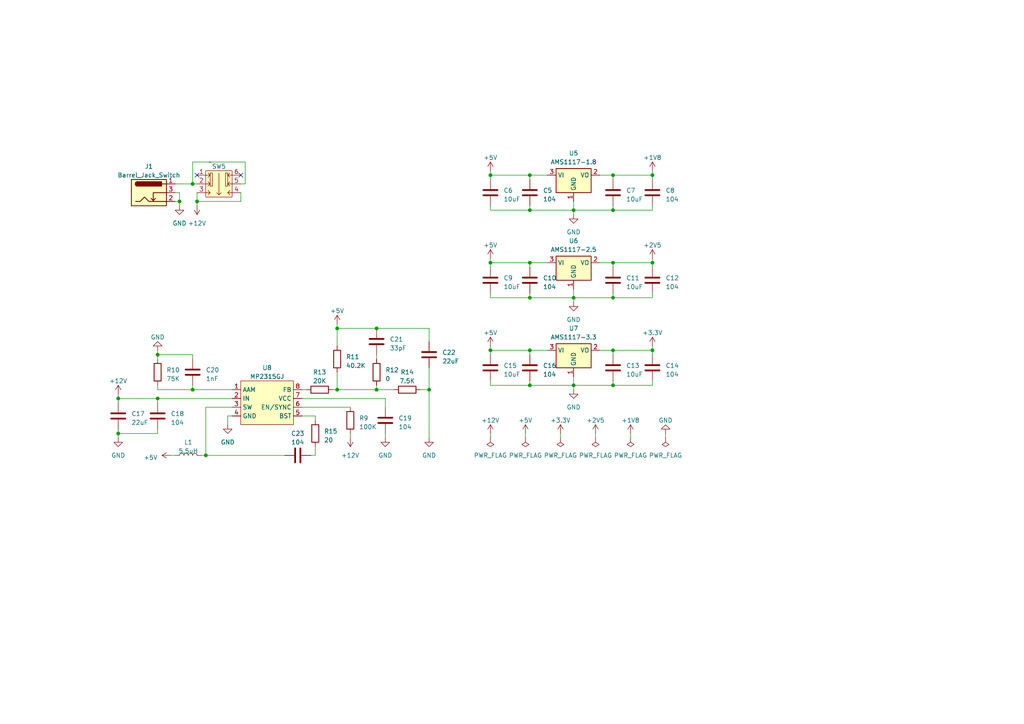
<source format=kicad_sch>
(kicad_sch (version 20230121) (generator eeschema)
  (paper "A4")
  (lib_symbols
    (symbol "Connector:Barrel_Jack_Switch" (pin_names hide)
      (property "Reference" "J" (at 0 5.334 0))
      (property "Value" "Barrel_Jack_Switch" (at 0 -5.08 0))
      (symbol "Barrel_Jack_Switch_0_1"
        (rectangle (start -5.08 3.81) (end 5.08 -3.81) (stroke (width 0.254)) (fill (type background)))
        (arc (start -3.302 3.175) (mid -3.9343 2.54) (end -3.302 1.905) (stroke (width 0.254)))
        (arc (start -3.302 3.175) (mid -3.9343 2.54) (end -3.302 1.905) (stroke (width 0.254)) (fill (type outline)))
        (polyline (pts (xy 1.27 -2.286) (xy 1.905 -1.651)) (stroke (width 0.254)))
        (polyline (pts (xy 5.08 2.54) (xy 3.81 2.54)) (stroke (width 0.254)))
        (polyline (pts (xy 5.08 0) (xy 1.27 0) (xy 1.27 -2.286) (xy 0.635 -1.651)) (stroke (width 0.254)))
        (polyline (pts (xy -3.81 -2.54) (xy -2.54 -2.54) (xy -1.27 -1.27) (xy 0 -2.54) (xy 2.54 -2.54) (xy 5.08 -2.54)) (stroke (width 0.254)))
        (rectangle (start 3.683 3.175) (end -3.302 1.905) (stroke (width 0.254)) (fill (type outline)))
      )
      (symbol "Barrel_Jack_Switch_1_1"
        (pin passive line (at 7.62 2.54 180) (length 2.54) (name "~") (number "1"))
        (pin passive line (at 7.62 -2.54 180) (length 2.54) (name "~") (number "2"))
        (pin passive line (at 7.62 0 180) (length 2.54) (name "~") (number "3"))
      )
    )
    (symbol "Device:C" (pin_numbers hide) (pin_names (offset 0.254))
      (property "Reference" "C" (at 0.635 2.54 0))
      (property "Value" "C" (at 0.635 -2.54 0))
      (symbol "C_0_1"
        (polyline (pts (xy -2.032 -0.762) (xy 2.032 -0.762)) (stroke (width 0.508)))
        (polyline (pts (xy -2.032 0.762) (xy 2.032 0.762)) (stroke (width 0.508)))
      )
      (symbol "C_1_1"
        (pin passive line (at 0 3.81 270) (length 2.794) (name "~") (number "1"))
        (pin passive line (at 0 -3.81 90) (length 2.794) (name "~") (number "2"))
      )
    )
    (symbol "Device:L" (pin_numbers hide) (pin_names (offset 1.016) hide)
      (property "Reference" "L" (at -1.27 0 90))
      (property "Value" "L" (at 1.905 0 90))
      (symbol "L_0_1"
        (arc (start 0 -2.54) (mid 0.6323 -1.905) (end 0 -1.27))
        (arc (start 0 -1.27) (mid 0.6323 -0.635) (end 0 0))
        (arc (start 0 0) (mid 0.6323 0.635) (end 0 1.27))
        (arc (start 0 1.27) (mid 0.6323 1.905) (end 0 2.54))
      )
      (symbol "L_1_1"
        (pin passive line (at 0 3.81 270) (length 1.27) (name "1") (number "1"))
        (pin passive line (at 0 -3.81 90) (length 1.27) (name "2") (number "2"))
      )
    )
    (symbol "Device:R" (pin_numbers hide) (pin_names (offset 0))
      (property "Reference" "R" (at 2.032 0 90))
      (property "Value" "R" (at 0 0 90))
      (symbol "R_0_1"
        (rectangle (start -1.016 -2.54) (end 1.016 2.54) (stroke (width 0.254)))
      )
      (symbol "R_1_1"
        (pin passive line (at 0 3.81 270) (length 1.27) (name "~") (number "1"))
        (pin passive line (at 0 -3.81 90) (length 1.27) (name "~") (number "2"))
      )
    )
    (symbol "My_Converter_DCDC:MP2315GJ"
      (property "Reference" "U" (at -6.35 7.62 0))
      (property "Value" "MP2315GJ" (at 2.54 7.62 0))
      (symbol "MP2315GJ_0_0"
        (pin unspecified line (at -10.16 3.81 0) (length 2.54) (name "AAM") (number "1"))
        (pin power_in line (at -10.16 1.27 0) (length 2.54) (name "IN") (number "2"))
        (pin output line (at -10.16 -1.27 0) (length 2.54) (name "SW") (number "3"))
        (pin power_in line (at -10.16 -3.81 0) (length 2.54) (name "GND") (number "4"))
        (pin unspecified line (at 10.16 -3.81 180) (length 2.54) (name "BST") (number "5"))
        (pin input line (at 10.16 -1.27 180) (length 2.54) (name "EN/SYNC") (number "6"))
        (pin power_in line (at 10.16 1.27 180) (length 2.54) (name "VCC") (number "7"))
        (pin output line (at 10.16 3.81 180) (length 2.54) (name "FB") (number "8"))
      )
      (symbol "MP2315GJ_0_1"
        (rectangle (start -7.62 6.35) (end 7.62 -6.35) (fill (type background)))
      )
    )
    (symbol "Regulator_Linear:AMS1117-1.8"
      (property "Reference" "U" (at -3.81 3.175 0))
      (property "Value" "AMS1117-1.8" (at 0 3.175 0))
      (symbol "AMS1117-1.8_0_1"
        (rectangle (start -5.08 -5.08) (end 5.08 1.905) (stroke (width 0.254)) (fill (type background)))
      )
      (symbol "AMS1117-1.8_1_1"
        (pin power_in line (at 0 -7.62 90) (length 2.54) (name "GND") (number "1"))
        (pin power_out line (at 7.62 0 180) (length 2.54) (name "VO") (number "2"))
        (pin power_in line (at -7.62 0 0) (length 2.54) (name "VI") (number "3"))
      )
    )
    (symbol "Regulator_Linear:AMS1117-2.5"
      (property "Reference" "U" (at -3.81 3.175 0))
      (property "Value" "AMS1117-2.5" (at 0 3.175 0))
      (symbol "AMS1117-2.5_0_1"
        (rectangle (start -5.08 -5.08) (end 5.08 1.905) (stroke (width 0.254)) (fill (type background)))
      )
      (symbol "AMS1117-2.5_1_1"
        (pin power_in line (at 0 -7.62 90) (length 2.54) (name "GND") (number "1"))
        (pin power_out line (at 7.62 0 180) (length 2.54) (name "VO") (number "2"))
        (pin power_in line (at -7.62 0 0) (length 2.54) (name "VI") (number "3"))
      )
    )
    (symbol "Regulator_Linear:AMS1117-3.3"
      (property "Reference" "U" (at -3.81 3.175 0))
      (property "Value" "AMS1117-3.3" (at 0 3.175 0))
      (symbol "AMS1117-3.3_0_1"
        (rectangle (start -5.08 -5.08) (end 5.08 1.905) (stroke (width 0.254)) (fill (type background)))
      )
      (symbol "AMS1117-3.3_1_1"
        (pin power_in line (at 0 -7.62 90) (length 2.54) (name "GND") (number "1"))
        (pin power_out line (at 7.62 0 180) (length 2.54) (name "VO") (number "2"))
        (pin power_in line (at -7.62 0 0) (length 2.54) (name "VI") (number "3"))
      )
    )
    (symbol "Switching_Devices:Self_Locking_Switch"
      (property "Reference" "SW" (at 0 10.16 0))
      (symbol "Self_Locking_Switch_0_1"
        (rectangle (start -5.08 2.54) (end 2.54 -5.08) (fill (type background)))
        (rectangle (start -1.27 0) (end -1.27 0))
        (polyline (pts (xy -5.08 1.27) (xy -3.81 1.27)))
        (polyline (pts (xy -3.81 -1.27) (xy -4.445 -1.905)))
        (polyline (pts (xy -3.81 1.27) (xy -4.445 0.635)))
        (polyline (pts (xy -3.81 1.27) (xy -4.445 1.905)))
        (polyline (pts (xy -1.27 -4.445) (xy -0.635 -3.81)))
        (polyline (pts (xy 1.27 -3.81) (xy 1.905 -4.445)))
        (polyline (pts (xy 1.27 -3.81) (xy 1.905 -3.175)))
        (polyline (pts (xy 1.27 -1.27) (xy 1.905 -1.905)))
        (polyline (pts (xy 1.27 -1.27) (xy 1.905 -0.635)))
        (polyline (pts (xy 1.27 1.27) (xy 1.905 0.635)))
        (polyline (pts (xy 1.27 1.27) (xy 1.905 1.905)))
        (polyline (pts (xy 2.54 -3.81) (xy 1.27 -3.81)))
        (polyline (pts (xy 2.54 -1.27) (xy 1.27 -1.27)))
        (polyline (pts (xy 2.54 1.27) (xy 1.27 1.27)))
        (polyline (pts (xy -5.08 -1.27) (xy -3.81 -1.27) (xy -4.445 -0.635)))
        (polyline (pts (xy -1.27 1.905) (xy -1.27 -3.81) (xy -1.27 -4.445) (xy -1.905 -3.81)))
        (polyline (pts (xy -5.08 -3.81) (xy -3.81 -3.81) (xy -4.445 -3.175) (xy -3.81 -3.81) (xy -4.445 -4.445)))
        (polyline (pts (xy -3.81 1.905) (xy -3.81 -1.905) (xy -3.175 -1.905) (xy -3.175 1.905) (xy -3.81 1.905)))
        (polyline (pts (xy 1.27 1.905) (xy 1.27 -1.905) (xy 0.635 -1.905) (xy 0.635 1.905) (xy 1.27 1.905)))
      )
      (symbol "Self_Locking_Switch_1_0"
        (pin passive line (at 5.08 -3.81 180) (length 2.54) (name "") (number "4"))
        (pin passive line (at 5.08 -1.27 180) (length 2.54) (name "") (number "5"))
        (pin passive line (at 5.08 1.27 180) (length 2.54) (name "") (number "6"))
      )
      (symbol "Self_Locking_Switch_1_1"
        (pin passive line (at -7.62 1.27 0) (length 2.54) (name "") (number "1"))
        (pin passive line (at -7.62 -1.27 0) (length 2.54) (name "") (number "2"))
        (pin passive line (at -7.62 -3.81 0) (length 2.54) (name "") (number "3"))
      )
    )
    (symbol "power:+12V" (power) (pin_names (offset 0))
      (property "Value" "+12V" (at 0 3.556 0))
      (symbol "+12V_0_1"
        (polyline (pts (xy -0.762 1.27) (xy 0 2.54)))
        (polyline (pts (xy 0 0) (xy 0 2.54)))
        (polyline (pts (xy 0 2.54) (xy 0.762 1.27)))
      )
      (symbol "+12V_1_1"
        (pin power_in line (at 0 0 90) (length 0) hide (name "+12V") (number "1"))
      )
    )
    (symbol "power:+1V8" (power) (pin_names (offset 0))
      (property "Value" "+1V8" (at 0 3.556 0))
      (symbol "+1V8_0_1"
        (polyline (pts (xy -0.762 1.27) (xy 0 2.54)))
        (polyline (pts (xy 0 0) (xy 0 2.54)))
        (polyline (pts (xy 0 2.54) (xy 0.762 1.27)))
      )
      (symbol "+1V8_1_1"
        (pin power_in line (at 0 0 90) (length 0) hide (name "+1V8") (number "1"))
      )
    )
    (symbol "power:+2V5" (power) (pin_names (offset 0))
      (property "Value" "+2V5" (at 0 3.556 0))
      (symbol "+2V5_0_1"
        (polyline (pts (xy -0.762 1.27) (xy 0 2.54)))
        (polyline (pts (xy 0 0) (xy 0 2.54)))
        (polyline (pts (xy 0 2.54) (xy 0.762 1.27)))
      )
      (symbol "+2V5_1_1"
        (pin power_in line (at 0 0 90) (length 0) hide (name "+2V5") (number "1"))
      )
    )
    (symbol "power:+3.3V" (power) (pin_names (offset 0))
      (property "Value" "+3.3V" (at 0 3.556 0))
      (symbol "+3.3V_0_1"
        (polyline (pts (xy -0.762 1.27) (xy 0 2.54)))
        (polyline (pts (xy 0 0) (xy 0 2.54)))
        (polyline (pts (xy 0 2.54) (xy 0.762 1.27)))
      )
      (symbol "+3.3V_1_1"
        (pin power_in line (at 0 0 90) (length 0) hide (name "+3.3V") (number "1"))
      )
    )
    (symbol "power:+5V" (power) (pin_names (offset 0))
      (property "Value" "+5V" (at 0 3.556 0))
      (symbol "+5V_0_1"
        (polyline (pts (xy -0.762 1.27) (xy 0 2.54)))
        (polyline (pts (xy 0 0) (xy 0 2.54)))
        (polyline (pts (xy 0 2.54) (xy 0.762 1.27)))
      )
      (symbol "+5V_1_1"
        (pin power_in line (at 0 0 90) (length 0) hide (name "+5V") (number "1"))
      )
    )
    (symbol "power:GND" (power) (pin_names (offset 0))
      (property "Value" "GND" (at 0 -3.81 0))
      (symbol "GND_0_1"
        (polyline (pts (xy 0 0) (xy 0 -1.27) (xy 1.27 -1.27) (xy 0 -2.54) (xy -1.27 -1.27) (xy 0 -1.27)))
      )
      (symbol "GND_1_1"
        (pin power_in line (at 0 0 270) (length 0) hide (name "GND") (number "1"))
      )
    )
    (symbol "power:PWR_FLAG" (power) (pin_numbers hide) (pin_names (offset 0) hide)
      (property "Value" "PWR_FLAG" (at 0 3.81 0))
      (symbol "PWR_FLAG_0_0"
        (pin power_out line (at 0 0 90) (length 0) (name "pwr") (number "1"))
      )
      (symbol "PWR_FLAG_0_1"
        (polyline (pts (xy 0 0) (xy 0 1.27) (xy -1.016 1.905) (xy 0 2.54) (xy 1.016 1.905) (xy 0 1.27)))
      )
    )
  )
  (junction (at 97.79 113.03))
  (junction (at 55.88 53.34))
  (junction (at 124.46 113.03))
  (junction (at 177.8 86.36))
  (junction (at 177.8 111.76))
  (junction (at 166.37 86.36))
  (junction (at 177.8 76.2))
  (junction (at 153.67 50.8))
  (junction (at 189.23 101.6))
  (junction (at 59.69 132.08))
  (junction (at 153.67 86.36))
  (junction (at 189.23 76.2))
  (junction (at 52.07 58.42))
  (junction (at 45.72 115.57))
  (junction (at 177.8 101.6))
  (junction (at 166.37 111.76))
  (junction (at 142.24 50.8))
  (junction (at 166.37 60.96))
  (junction (at 153.67 76.2))
  (junction (at 142.24 76.2))
  (junction (at 177.8 50.8))
  (junction (at 153.67 111.76))
  (junction (at 142.24 101.6))
  (junction (at 177.8 60.96))
  (junction (at 153.67 101.6))
  (junction (at 34.29 125.73))
  (junction (at 189.23 50.8))
  (junction (at 57.15 58.42))
  (junction (at 153.67 60.96))
  (junction (at 45.72 102.87))
  (junction (at 109.22 95.25))
  (junction (at 55.88 113.03))
  (junction (at 97.79 95.25))
  (junction (at 109.22 113.03))
  (junction (at 34.29 115.57))
  (no_connect (at 57.15 50.8))
  (no_connect (at 69.85 50.8))
  (wire (pts (xy 189.23 74.93) (xy 189.23 76.2)))
  (wire (pts (xy 173.99 76.2) (xy 177.8 76.2)))
  (wire (pts (xy 166.37 60.96) (xy 166.37 62.23)))
  (wire (pts (xy 109.22 113.03) (xy 109.22 111.76)))
  (wire (pts (xy 55.88 104.14) (xy 55.88 102.87)))
  (wire (pts (xy 34.29 115.57) (xy 34.29 116.84)))
  (wire (pts (xy 142.24 85.09) (xy 142.24 86.36)))
  (wire (pts (xy 166.37 83.82) (xy 166.37 86.36)))
  (wire (pts (xy 189.23 77.47) (xy 189.23 76.2)))
  (wire (pts (xy 153.67 85.09) (xy 153.67 86.36)))
  (wire (pts (xy 34.29 124.46) (xy 34.29 125.73)))
  (wire (pts (xy 142.24 76.2) (xy 142.24 77.47)))
  (wire (pts (xy 91.44 132.08) (xy 90.17 132.08)))
  (wire (pts (xy 69.85 53.34) (xy 71.12 53.34)))
  (wire (pts (xy 189.23 52.07) (xy 189.23 50.8)))
  (wire (pts (xy 59.69 118.11) (xy 59.69 132.08)))
  (wire (pts (xy 97.79 95.25) (xy 109.22 95.25)))
  (wire (pts (xy 142.24 59.69) (xy 142.24 60.96)))
  (wire (pts (xy 45.72 116.84) (xy 45.72 115.57)))
  (wire (pts (xy 55.88 102.87) (xy 45.72 102.87)))
  (wire (pts (xy 45.72 124.46) (xy 45.72 125.73)))
  (wire (pts (xy 121.92 113.03) (xy 124.46 113.03)))
  (wire (pts (xy 45.72 115.57) (xy 67.31 115.57)))
  (wire (pts (xy 162.56 125.73) (xy 162.56 127)))
  (wire (pts (xy 182.88 125.73) (xy 182.88 127)))
  (wire (pts (xy 142.24 49.53) (xy 142.24 50.8)))
  (wire (pts (xy 97.79 93.98) (xy 97.79 95.25)))
  (wire (pts (xy 189.23 110.49) (xy 189.23 111.76)))
  (wire (pts (xy 69.85 55.88) (xy 69.85 58.42)))
  (wire (pts (xy 124.46 106.68) (xy 124.46 113.03)))
  (wire (pts (xy 58.42 132.08) (xy 59.69 132.08)))
  (wire (pts (xy 142.24 50.8) (xy 142.24 52.07)))
  (wire (pts (xy 177.8 76.2) (xy 189.23 76.2)))
  (wire (pts (xy 142.24 110.49) (xy 142.24 111.76)))
  (wire (pts (xy 177.8 85.09) (xy 177.8 86.36)))
  (wire (pts (xy 177.8 59.69) (xy 177.8 60.96)))
  (wire (pts (xy 55.88 111.76) (xy 55.88 113.03)))
  (wire (pts (xy 55.88 53.34) (xy 57.15 53.34)))
  (wire (pts (xy 71.12 46.99) (xy 55.88 46.99)))
  (wire (pts (xy 142.24 125.73) (xy 142.24 127)))
  (wire (pts (xy 177.8 77.47) (xy 177.8 76.2)))
  (wire (pts (xy 34.29 125.73) (xy 34.29 127)))
  (wire (pts (xy 153.67 50.8) (xy 158.75 50.8)))
  (wire (pts (xy 34.29 114.3) (xy 34.29 115.57)))
  (wire (pts (xy 166.37 111.76) (xy 166.37 113.03)))
  (wire (pts (xy 153.67 111.76) (xy 166.37 111.76)))
  (wire (pts (xy 109.22 113.03) (xy 114.3 113.03)))
  (wire (pts (xy 69.85 58.42) (xy 57.15 58.42)))
  (wire (pts (xy 50.8 55.88) (xy 52.07 55.88)))
  (wire (pts (xy 189.23 49.53) (xy 189.23 50.8)))
  (wire (pts (xy 142.24 60.96) (xy 153.67 60.96)))
  (wire (pts (xy 45.72 113.03) (xy 45.72 111.76)))
  (wire (pts (xy 172.72 125.73) (xy 172.72 127)))
  (wire (pts (xy 87.63 115.57) (xy 111.76 115.57)))
  (wire (pts (xy 142.24 50.8) (xy 153.67 50.8)))
  (wire (pts (xy 153.67 110.49) (xy 153.67 111.76)))
  (wire (pts (xy 124.46 113.03) (xy 124.46 127)))
  (wire (pts (xy 111.76 127) (xy 111.76 125.73)))
  (wire (pts (xy 189.23 100.33) (xy 189.23 101.6)))
  (wire (pts (xy 50.8 58.42) (xy 52.07 58.42)))
  (wire (pts (xy 57.15 55.88) (xy 57.15 58.42)))
  (wire (pts (xy 142.24 111.76) (xy 153.67 111.76)))
  (wire (pts (xy 96.52 113.03) (xy 97.79 113.03)))
  (wire (pts (xy 193.04 125.73) (xy 193.04 127)))
  (wire (pts (xy 142.24 101.6) (xy 142.24 102.87)))
  (wire (pts (xy 45.72 102.87) (xy 45.72 104.14)))
  (wire (pts (xy 166.37 111.76) (xy 177.8 111.76)))
  (wire (pts (xy 111.76 115.57) (xy 111.76 118.11)))
  (wire (pts (xy 166.37 86.36) (xy 166.37 87.63)))
  (wire (pts (xy 153.67 76.2) (xy 158.75 76.2)))
  (wire (pts (xy 177.8 86.36) (xy 189.23 86.36)))
  (wire (pts (xy 153.67 101.6) (xy 153.67 102.87)))
  (wire (pts (xy 52.07 55.88) (xy 52.07 58.42)))
  (wire (pts (xy 87.63 118.11) (xy 101.6 118.11)))
  (wire (pts (xy 109.22 113.03) (xy 97.79 113.03)))
  (wire (pts (xy 124.46 99.06) (xy 124.46 95.25)))
  (wire (pts (xy 177.8 101.6) (xy 189.23 101.6)))
  (wire (pts (xy 177.8 111.76) (xy 189.23 111.76)))
  (wire (pts (xy 67.31 113.03) (xy 55.88 113.03)))
  (wire (pts (xy 45.72 125.73) (xy 34.29 125.73)))
  (wire (pts (xy 189.23 85.09) (xy 189.23 86.36)))
  (wire (pts (xy 166.37 58.42) (xy 166.37 60.96)))
  (wire (pts (xy 189.23 59.69) (xy 189.23 60.96)))
  (wire (pts (xy 142.24 76.2) (xy 153.67 76.2)))
  (wire (pts (xy 59.69 132.08) (xy 82.55 132.08)))
  (wire (pts (xy 153.67 86.36) (xy 166.37 86.36)))
  (wire (pts (xy 177.8 110.49) (xy 177.8 111.76)))
  (wire (pts (xy 97.79 95.25) (xy 97.79 100.33)))
  (wire (pts (xy 142.24 74.93) (xy 142.24 76.2)))
  (wire (pts (xy 142.24 100.33) (xy 142.24 101.6)))
  (wire (pts (xy 55.88 113.03) (xy 45.72 113.03)))
  (wire (pts (xy 91.44 129.54) (xy 91.44 132.08)))
  (wire (pts (xy 66.04 120.65) (xy 66.04 123.19)))
  (wire (pts (xy 71.12 46.99) (xy 71.12 53.34)))
  (wire (pts (xy 55.88 46.99) (xy 55.88 53.34)))
  (wire (pts (xy 52.07 58.42) (xy 52.07 59.69)))
  (wire (pts (xy 45.72 115.57) (xy 34.29 115.57)))
  (wire (pts (xy 87.63 120.65) (xy 91.44 120.65)))
  (wire (pts (xy 45.72 101.6) (xy 45.72 102.87)))
  (wire (pts (xy 177.8 102.87) (xy 177.8 101.6)))
  (wire (pts (xy 67.31 118.11) (xy 59.69 118.11)))
  (wire (pts (xy 91.44 120.65) (xy 91.44 121.92)))
  (wire (pts (xy 189.23 102.87) (xy 189.23 101.6)))
  (wire (pts (xy 166.37 60.96) (xy 153.67 60.96)))
  (wire (pts (xy 153.67 101.6) (xy 158.75 101.6)))
  (wire (pts (xy 124.46 95.25) (xy 109.22 95.25)))
  (wire (pts (xy 67.31 120.65) (xy 66.04 120.65)))
  (wire (pts (xy 177.8 60.96) (xy 189.23 60.96)))
  (wire (pts (xy 97.79 107.95) (xy 97.79 113.03)))
  (wire (pts (xy 166.37 109.22) (xy 166.37 111.76)))
  (wire (pts (xy 50.8 53.34) (xy 55.88 53.34)))
  (wire (pts (xy 177.8 60.96) (xy 166.37 60.96)))
  (wire (pts (xy 153.67 76.2) (xy 153.67 77.47)))
  (wire (pts (xy 142.24 101.6) (xy 153.67 101.6)))
  (wire (pts (xy 166.37 86.36) (xy 177.8 86.36)))
  (wire (pts (xy 87.63 113.03) (xy 88.9 113.03)))
  (wire (pts (xy 153.67 50.8) (xy 153.67 52.07)))
  (wire (pts (xy 153.67 59.69) (xy 153.67 60.96)))
  (wire (pts (xy 49.53 132.08) (xy 50.8 132.08)))
  (wire (pts (xy 101.6 125.73) (xy 101.6 127)))
  (wire (pts (xy 152.4 125.73) (xy 152.4 127)))
  (wire (pts (xy 177.8 50.8) (xy 189.23 50.8)))
  (wire (pts (xy 173.99 101.6) (xy 177.8 101.6)))
  (wire (pts (xy 173.99 50.8) (xy 177.8 50.8)))
  (wire (pts (xy 177.8 52.07) (xy 177.8 50.8)))
  (wire (pts (xy 57.15 58.42) (xy 57.15 59.69)))
  (wire (pts (xy 142.24 86.36) (xy 153.67 86.36)))
  (wire (pts (xy 109.22 102.87) (xy 109.22 104.14)))
  (symbol (lib_id "Device:R") (at 92.71 113.03 90) (unit 1)
    (property "Reference" "R13" (at 92.71 107.95 90))
    (property "Value" "20K" (at 92.71 110.49 90))
  )
  (symbol (lib_id "power:PWR_FLAG") (at 182.88 127 180) (unit 1)
    (property "Reference" "#FLG05" (effects hide))
    (property "Value" "PWR_FLAG" (at 182.88 132.08 0))
  )
  (symbol (lib_id "Switching_Devices:Self_Locking_Switch") (at 64.77 52.07 0) (unit 1)
    (property "Reference" "SW5" (at 63.5 48.26 0))
    (property "Value" "~" (at 60.96 46.99 0))
    (property "Footprint" "Switching_Devices:Self_Locking_Switch_5.8_5.8" (effects hide))
    (property "Datasheet" "https://item.taobao.com/item.htm?spm=a1z10.5-c-s.w4002-24706531925.22.564141a73hYlT9&id=557846202031&mt=" (effects hide))
  )
  (symbol (lib_id "Device:C") (at 153.67 81.28 0) (unit 1)
    (property "Reference" "C10" (at 157.48 80.645 0) (effects (justify left)))
    (property "Value" "104" (at 157.48 83.185 0) (effects (justify left)))
  )
  (symbol (lib_id "power:+5V") (at 142.24 49.53 0) (unit 1)
    (property "Reference" "#PWR035" (effects hide))
    (property "Value" "+5V" (at 142.24 45.72 0))
  )
  (symbol (lib_id "power:+1V8") (at 182.88 125.73 0) (unit 1)
    (property "Reference" "#PWR040" (effects hide))
    (property "Value" "+1V8" (at 182.88 121.92 0))
  )
  (symbol (lib_id "power:GND") (at 166.37 113.03 0) (unit 1)
    (property "Reference" "#PWR039" (effects hide))
    (property "Value" "GND" (at 166.37 118.11 0))
  )
  (symbol (lib_id "Device:C") (at 142.24 55.88 0) (unit 1)
    (property "Reference" "C6" (at 146.05 55.245 0) (effects (justify left)))
    (property "Value" "10uF" (at 146.05 57.785 0) (effects (justify left)))
  )
  (symbol (lib_id "power:+5V") (at 142.24 100.33 0) (unit 1)
    (property "Reference" "#PWR037" (effects hide))
    (property "Value" "+5V" (at 142.24 96.52 0))
  )
  (symbol (lib_id "power:GND") (at 52.07 59.69 0) (unit 1)
    (property "Reference" "#PWR054" (effects hide))
    (property "Value" "GND" (at 52.07 64.77 0))
  )
  (symbol (lib_id "Device:R") (at 109.22 107.95 0) (unit 1)
    (property "Reference" "R12" (at 111.76 107.315 0) (effects (justify left)))
    (property "Value" "0" (at 111.76 109.855 0) (effects (justify left)))
  )
  (symbol (lib_id "Device:C") (at 34.29 120.65 0) (unit 1)
    (property "Reference" "C17" (at 38.1 120.015 0) (effects (justify left)))
    (property "Value" "22uF" (at 38.1 122.555 0) (effects (justify left)))
  )
  (symbol (lib_id "power:+3.3V") (at 162.56 125.73 0) (unit 1)
    (property "Reference" "#PWR042" (effects hide))
    (property "Value" "+3.3V" (at 162.56 121.92 0))
  )
  (symbol (lib_id "power:GND") (at 166.37 87.63 0) (unit 1)
    (property "Reference" "#PWR038" (effects hide))
    (property "Value" "GND" (at 166.37 92.71 0))
  )
  (symbol (lib_id "Device:C") (at 142.24 106.68 0) (unit 1)
    (property "Reference" "C15" (at 146.05 106.045 0) (effects (justify left)))
    (property "Value" "10uF" (at 146.05 108.585 0) (effects (justify left)))
  )
  (symbol (lib_id "power:+12V") (at 57.15 59.69 180) (unit 1)
    (property "Reference" "#PWR055" (effects hide))
    (property "Value" "+12V" (at 57.15 64.77 0))
  )
  (symbol (lib_id "Device:R") (at 118.11 113.03 90) (unit 1)
    (property "Reference" "R14" (at 118.11 107.95 90))
    (property "Value" "7.5K" (at 118.11 110.49 90))
  )
  (symbol (lib_id "power:+5V") (at 142.24 74.93 0) (unit 1)
    (property "Reference" "#PWR036" (effects hide))
    (property "Value" "+5V" (at 142.24 71.12 0))
  )
  (symbol (lib_id "power:GND") (at 111.76 127 0) (unit 1)
    (property "Reference" "#PWR047" (effects hide))
    (property "Value" "GND" (at 111.76 132.08 0))
  )
  (symbol (lib_id "power:PWR_FLAG") (at 172.72 127 180) (unit 1)
    (property "Reference" "#FLG04" (effects hide))
    (property "Value" "PWR_FLAG" (at 172.72 132.08 0))
  )
  (symbol (lib_id "Device:L") (at 54.61 132.08 90) (unit 1)
    (property "Reference" "L1" (at 54.61 128.27 90))
    (property "Value" "5.5uH" (at 54.61 130.81 90))
  )
  (symbol (lib_id "Device:C") (at 109.22 99.06 0) (unit 1)
    (property "Reference" "C21" (at 113.03 98.425 0) (effects (justify left)))
    (property "Value" "33pF" (at 113.03 100.965 0) (effects (justify left)))
  )
  (symbol (lib_id "Device:C") (at 86.36 132.08 270) (unit 1)
    (property "Reference" "C23" (at 86.36 125.73 90))
    (property "Value" "104" (at 86.36 128.27 90))
  )
  (symbol (lib_id "power:+5V") (at 152.4 125.73 0) (unit 1)
    (property "Reference" "#PWR043" (effects hide))
    (property "Value" "+5V" (at 152.4 121.92 0))
  )
  (symbol (lib_id "Device:C") (at 111.76 121.92 0) (unit 1)
    (property "Reference" "C19" (at 115.57 121.285 0) (effects (justify left)))
    (property "Value" "104" (at 115.57 123.825 0) (effects (justify left)))
  )
  (symbol (lib_id "Device:C") (at 153.67 106.68 0) (unit 1)
    (property "Reference" "C16" (at 157.48 106.045 0) (effects (justify left)))
    (property "Value" "104" (at 157.48 108.585 0) (effects (justify left)))
  )
  (symbol (lib_id "Device:C") (at 55.88 107.95 0) (unit 1)
    (property "Reference" "C20" (at 59.69 107.315 0) (effects (justify left)))
    (property "Value" "1nF" (at 59.69 109.855 0) (effects (justify left)))
  )
  (symbol (lib_id "Device:R") (at 97.79 104.14 0) (unit 1)
    (property "Reference" "R11" (at 100.33 103.505 0) (effects (justify left)))
    (property "Value" "40.2K" (at 100.33 106.045 0) (effects (justify left)))
  )
  (symbol (lib_id "power:GND") (at 124.46 127 0) (unit 1)
    (property "Reference" "#PWR051" (effects hide))
    (property "Value" "GND" (at 124.46 132.08 0))
  )
  (symbol (lib_id "Device:C") (at 124.46 102.87 0) (unit 1)
    (property "Reference" "C22" (at 128.27 102.235 0) (effects (justify left)))
    (property "Value" "22uF" (at 128.27 104.775 0) (effects (justify left)))
  )
  (symbol (lib_id "Device:R") (at 45.72 107.95 0) (unit 1)
    (property "Reference" "R10" (at 48.26 107.315 0) (effects (justify left)))
    (property "Value" "75K" (at 48.26 109.855 0) (effects (justify left)))
  )
  (symbol (lib_id "Device:R") (at 91.44 125.73 180) (unit 1)
    (property "Reference" "R15" (at 93.98 125.095 0) (effects (justify right)))
    (property "Value" "20" (at 93.98 127.635 0) (effects (justify right)))
  )
  (symbol (lib_id "Device:R") (at 101.6 121.92 0) (unit 1)
    (property "Reference" "R9" (at 104.14 121.285 0) (effects (justify left)))
    (property "Value" "100K" (at 104.14 123.825 0) (effects (justify left)))
  )
  (symbol (lib_id "Device:C") (at 142.24 81.28 0) (unit 1)
    (property "Reference" "C9" (at 146.05 80.645 0) (effects (justify left)))
    (property "Value" "10uF" (at 146.05 83.185 0) (effects (justify left)))
  )
  (symbol (lib_id "power:GND") (at 66.04 123.19 0) (unit 1)
    (property "Reference" "#PWR052" (effects hide))
    (property "Value" "GND" (at 66.04 128.27 0))
  )
  (symbol (lib_id "power:+2V5") (at 172.72 125.73 0) (unit 1)
    (property "Reference" "#PWR041" (effects hide))
    (property "Value" "+2V5" (at 172.72 121.92 0))
  )
  (symbol (lib_id "Regulator_Linear:AMS1117-1.8") (at 166.37 50.8 0) (unit 1)
    (property "Reference" "U5" (at 166.37 44.45 0))
    (property "Value" "AMS1117-1.8" (at 166.37 46.99 0))
    (property "Footprint" "Package_TO_SOT_SMD:SOT-223-3_TabPin2" (effects hide))
    (property "Datasheet" "http://www.advanced-monolithic.com/pdf/ds1117.pdf" (effects hide))
  )
  (symbol (lib_id "power:+12V") (at 101.6 127 180) (unit 1)
    (property "Reference" "#PWR048" (effects hide))
    (property "Value" "+12V" (at 101.6 132.08 0))
  )
  (symbol (lib_id "power:GND") (at 193.04 125.73 180) (unit 1)
    (property "Reference" "#PWR045" (effects hide))
    (property "Value" "GND" (at 193.04 121.92 0))
  )
  (symbol (lib_id "power:+3.3V") (at 189.23 100.33 0) (unit 1)
    (property "Reference" "#PWR032" (effects hide))
    (property "Value" "+3.3V" (at 189.23 96.52 0))
  )
  (symbol (lib_id "My_Converter_DCDC:MP2315GJ") (at 77.47 116.84 0) (unit 1)
    (property "Reference" "U8" (at 77.47 106.68 0))
    (property "Value" "MP2315GJ" (at 77.47 109.22 0))
    (property "Footprint" "Package_TO_SOT_SMD:TSOT-23-8" (effects hide))
  )
  (symbol (lib_id "power:PWR_FLAG") (at 142.24 127 180) (unit 1)
    (property "Reference" "#FLG01" (effects hide))
    (property "Value" "PWR_FLAG" (at 142.24 132.08 0))
  )
  (symbol (lib_id "Regulator_Linear:AMS1117-2.5") (at 166.37 76.2 0) (unit 1)
    (property "Reference" "U6" (at 166.37 69.85 0))
    (property "Value" "AMS1117-2.5" (at 166.37 72.39 0))
    (property "Footprint" "Package_TO_SOT_SMD:SOT-223-3_TabPin2" (effects hide))
    (property "Datasheet" "http://www.advanced-monolithic.com/pdf/ds1117.pdf" (effects hide))
  )
  (symbol (lib_id "Regulator_Linear:AMS1117-3.3") (at 166.37 101.6 0) (unit 1)
    (property "Reference" "U7" (at 166.37 95.25 0))
    (property "Value" "AMS1117-3.3" (at 166.37 97.79 0))
    (property "Footprint" "Package_TO_SOT_SMD:SOT-223-3_TabPin2" (effects hide))
    (property "Datasheet" "http://www.advanced-monolithic.com/pdf/ds1117.pdf" (effects hide))
  )
  (symbol (lib_id "Device:C") (at 177.8 55.88 0) (unit 1)
    (property "Reference" "C7" (at 181.61 55.245 0) (effects (justify left)))
    (property "Value" "10uF" (at 181.61 57.785 0) (effects (justify left)))
  )
  (symbol (lib_id "Device:C") (at 177.8 106.68 0) (unit 1)
    (property "Reference" "C13" (at 181.61 106.045 0) (effects (justify left)))
    (property "Value" "10uF" (at 181.61 108.585 0) (effects (justify left)))
  )
  (symbol (lib_id "power:+12V") (at 142.24 125.73 0) (unit 1)
    (property "Reference" "#PWR034" (effects hide))
    (property "Value" "+12V" (at 142.24 121.92 0))
  )
  (symbol (lib_id "power:+12V") (at 34.29 114.3 0) (unit 1)
    (property "Reference" "#PWR044" (effects hide))
    (property "Value" "+12V" (at 34.29 110.49 0))
  )
  (symbol (lib_id "power:GND") (at 166.37 62.23 0) (unit 1)
    (property "Reference" "#PWR033" (effects hide))
    (property "Value" "GND" (at 166.37 67.31 0))
  )
  (symbol (lib_id "power:+2V5") (at 189.23 74.93 0) (unit 1)
    (property "Reference" "#PWR031" (effects hide))
    (property "Value" "+2V5" (at 189.23 71.12 0))
  )
  (symbol (lib_id "Device:C") (at 189.23 81.28 0) (unit 1)
    (property "Reference" "C12" (at 193.04 80.645 0) (effects (justify left)))
    (property "Value" "104" (at 193.04 83.185 0) (effects (justify left)))
  )
  (symbol (lib_id "power:GND") (at 34.29 127 0) (unit 1)
    (property "Reference" "#PWR046" (effects hide))
    (property "Value" "GND" (at 34.29 132.08 0))
  )
  (symbol (lib_id "power:+5V") (at 49.53 132.08 90) (unit 1)
    (property "Reference" "#PWR053" (effects hide))
    (property "Value" "+5V" (at 45.72 132.715 90) (effects (justify left)))
  )
  (symbol (lib_id "Device:C") (at 45.72 120.65 0) (unit 1)
    (property "Reference" "C18" (at 49.53 120.015 0) (effects (justify left)))
    (property "Value" "104" (at 49.53 122.555 0) (effects (justify left)))
  )
  (symbol (lib_id "Device:C") (at 177.8 81.28 0) (unit 1)
    (property "Reference" "C11" (at 181.61 80.645 0) (effects (justify left)))
    (property "Value" "10uF" (at 181.61 83.185 0) (effects (justify left)))
  )
  (symbol (lib_id "Device:C") (at 189.23 55.88 0) (unit 1)
    (property "Reference" "C8" (at 193.04 55.245 0) (effects (justify left)))
    (property "Value" "104" (at 193.04 57.785 0) (effects (justify left)))
  )
  (symbol (lib_id "power:GND") (at 45.72 101.6 180) (unit 1)
    (property "Reference" "#PWR049" (effects hide))
    (property "Value" "GND" (at 45.72 97.79 0))
  )
  (symbol (lib_id "power:PWR_FLAG") (at 193.04 127 180) (unit 1)
    (property "Reference" "#FLG06" (effects hide))
    (property "Value" "PWR_FLAG" (at 193.04 132.08 0))
  )
  (symbol (lib_id "Device:C") (at 153.67 55.88 0) (unit 1)
    (property "Reference" "C5" (at 157.48 55.245 0) (effects (justify left)))
    (property "Value" "104" (at 157.48 57.785 0) (effects (justify left)))
  )
  (symbol (lib_id "power:+5V") (at 97.79 93.98 0) (unit 1)
    (property "Reference" "#PWR050" (effects hide))
    (property "Value" "+5V" (at 97.79 90.17 0))
  )
  (symbol (lib_id "power:PWR_FLAG") (at 152.4 127 180) (unit 1)
    (property "Reference" "#FLG02" (effects hide))
    (property "Value" "PWR_FLAG" (at 152.4 132.08 0))
  )
  (symbol (lib_id "power:PWR_FLAG") (at 162.56 127 180) (unit 1)
    (property "Reference" "#FLG03" (effects hide))
    (property "Value" "PWR_FLAG" (at 162.56 132.08 0))
  )
  (symbol (lib_id "Connector:Barrel_Jack_Switch") (at 43.18 55.88 0) (unit 1)
    (property "Reference" "J1" (at 43.18 48.26 0))
    (property "Value" "Barrel_Jack_Switch" (at 43.18 50.8 0))
  )
  (symbol (lib_id "Device:C") (at 189.23 106.68 0) (unit 1)
    (property "Reference" "C14" (at 193.04 106.045 0) (effects (justify left)))
    (property "Value" "104" (at 193.04 108.585 0) (effects (justify left)))
  )
  (symbol (lib_id "power:+1V8") (at 189.23 49.53 0) (unit 1)
    (property "Reference" "#PWR030" (effects hide))
    (property "Value" "+1V8" (at 189.23 45.72 0))
  )
)
</source>
